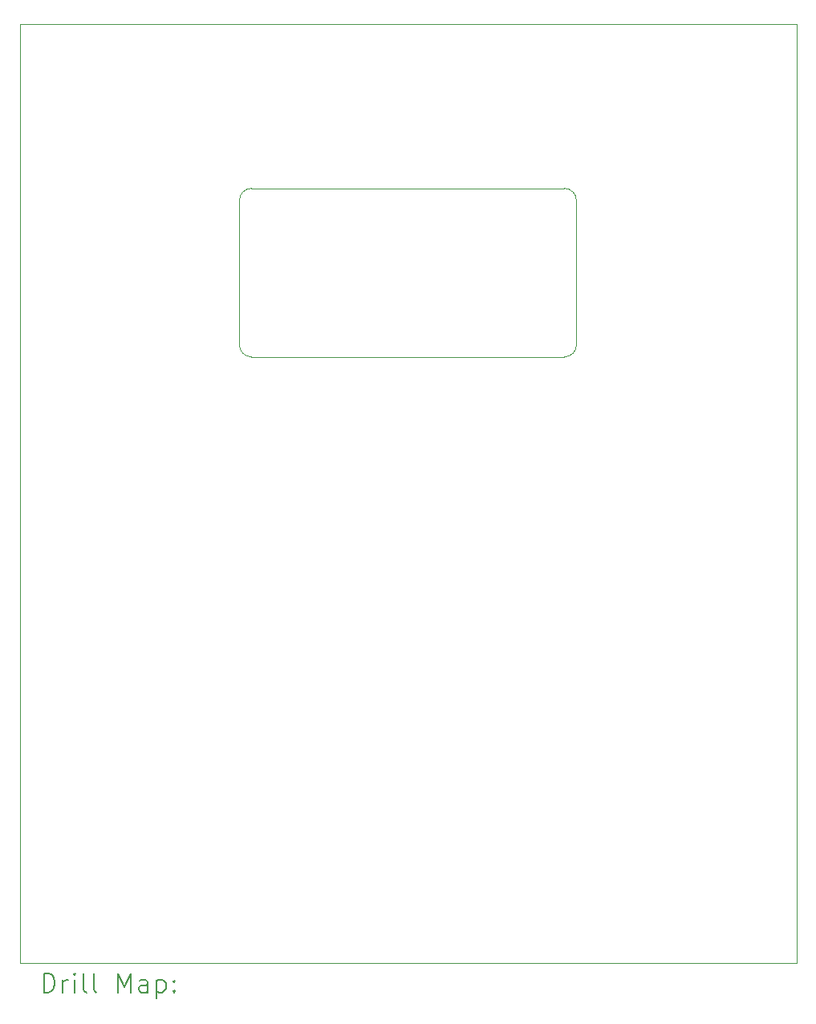
<source format=gbr>
%FSLAX45Y45*%
G04 Gerber Fmt 4.5, Leading zero omitted, Abs format (unit mm)*
G04 Created by KiCad (PCBNEW (6.0.5)) date 2022-07-09 16:24:53*
%MOMM*%
%LPD*%
G01*
G04 APERTURE LIST*
%TA.AperFunction,Profile*%
%ADD10C,0.050000*%
%TD*%
%ADD11C,0.200000*%
G04 APERTURE END LIST*
D10*
X19216000Y-4365000D02*
X11016000Y-4365000D01*
X13335000Y-7747000D02*
X13335000Y-6223000D01*
X16891000Y-6223000D02*
G75*
G03*
X16764000Y-6096000I-127000J0D01*
G01*
X16764000Y-7874000D02*
X13462000Y-7874000D01*
X16764000Y-7874000D02*
G75*
G03*
X16891000Y-7747000I0J127000D01*
G01*
X16891000Y-6223000D02*
X16891000Y-7747000D01*
X13462000Y-6096000D02*
X16764000Y-6096000D01*
X19216000Y-4365000D02*
X19216000Y-14265000D01*
X13335000Y-7747000D02*
G75*
G03*
X13462000Y-7874000I127000J0D01*
G01*
X11016000Y-4365000D02*
X11016000Y-14265000D01*
X13462000Y-6096000D02*
G75*
G03*
X13335000Y-6223000I0J-127000D01*
G01*
X11016000Y-14265000D02*
X19216000Y-14265000D01*
D11*
X11271119Y-14577976D02*
X11271119Y-14377976D01*
X11318738Y-14377976D01*
X11347309Y-14387500D01*
X11366357Y-14406548D01*
X11375881Y-14425595D01*
X11385405Y-14463690D01*
X11385405Y-14492262D01*
X11375881Y-14530357D01*
X11366357Y-14549405D01*
X11347309Y-14568452D01*
X11318738Y-14577976D01*
X11271119Y-14577976D01*
X11471119Y-14577976D02*
X11471119Y-14444643D01*
X11471119Y-14482738D02*
X11480643Y-14463690D01*
X11490167Y-14454167D01*
X11509214Y-14444643D01*
X11528262Y-14444643D01*
X11594928Y-14577976D02*
X11594928Y-14444643D01*
X11594928Y-14377976D02*
X11585405Y-14387500D01*
X11594928Y-14397024D01*
X11604452Y-14387500D01*
X11594928Y-14377976D01*
X11594928Y-14397024D01*
X11718738Y-14577976D02*
X11699690Y-14568452D01*
X11690167Y-14549405D01*
X11690167Y-14377976D01*
X11823500Y-14577976D02*
X11804452Y-14568452D01*
X11794928Y-14549405D01*
X11794928Y-14377976D01*
X12052071Y-14577976D02*
X12052071Y-14377976D01*
X12118738Y-14520833D01*
X12185405Y-14377976D01*
X12185405Y-14577976D01*
X12366357Y-14577976D02*
X12366357Y-14473214D01*
X12356833Y-14454167D01*
X12337786Y-14444643D01*
X12299690Y-14444643D01*
X12280643Y-14454167D01*
X12366357Y-14568452D02*
X12347309Y-14577976D01*
X12299690Y-14577976D01*
X12280643Y-14568452D01*
X12271119Y-14549405D01*
X12271119Y-14530357D01*
X12280643Y-14511309D01*
X12299690Y-14501786D01*
X12347309Y-14501786D01*
X12366357Y-14492262D01*
X12461595Y-14444643D02*
X12461595Y-14644643D01*
X12461595Y-14454167D02*
X12480643Y-14444643D01*
X12518738Y-14444643D01*
X12537786Y-14454167D01*
X12547309Y-14463690D01*
X12556833Y-14482738D01*
X12556833Y-14539881D01*
X12547309Y-14558928D01*
X12537786Y-14568452D01*
X12518738Y-14577976D01*
X12480643Y-14577976D01*
X12461595Y-14568452D01*
X12642548Y-14558928D02*
X12652071Y-14568452D01*
X12642548Y-14577976D01*
X12633024Y-14568452D01*
X12642548Y-14558928D01*
X12642548Y-14577976D01*
X12642548Y-14454167D02*
X12652071Y-14463690D01*
X12642548Y-14473214D01*
X12633024Y-14463690D01*
X12642548Y-14454167D01*
X12642548Y-14473214D01*
M02*

</source>
